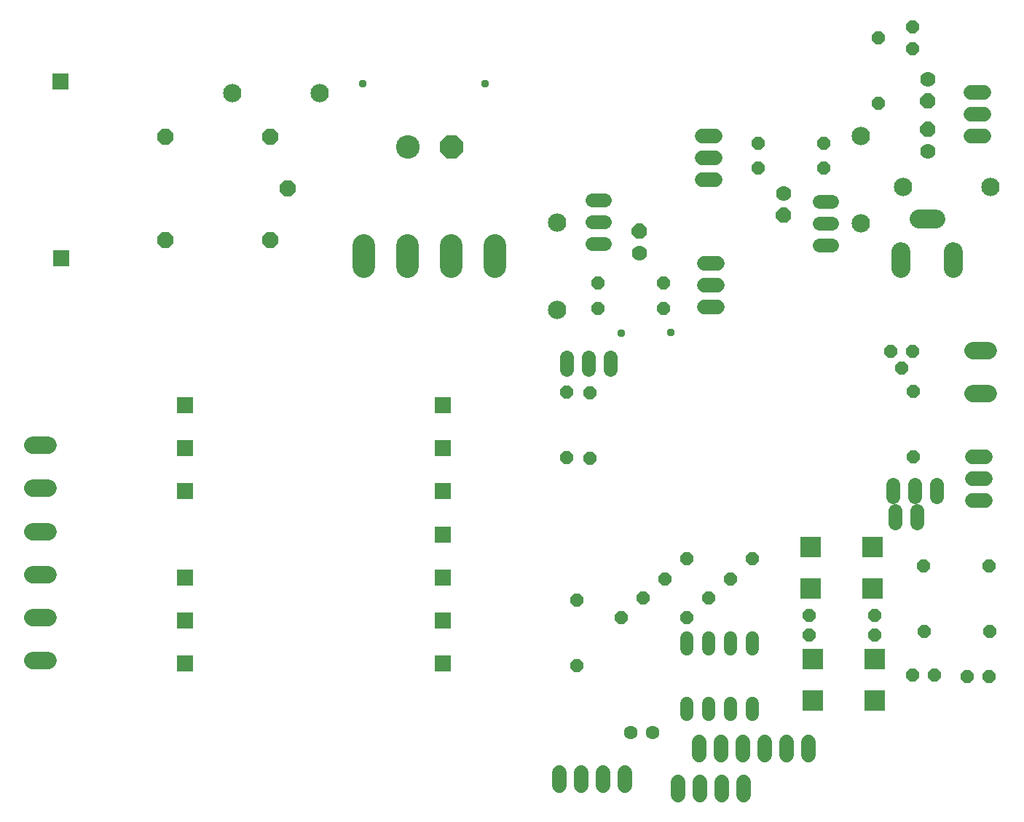
<source format=gbs>
G75*
%MOIN*%
%OFA0B0*%
%FSLAX25Y25*%
%IPPOS*%
%LPD*%
%AMOC8*
5,1,8,0,0,1.08239X$1,22.5*
%
%ADD10C,0.10250*%
%ADD11C,0.10800*%
%ADD12OC8,0.10800*%
%ADD13OC8,0.07000*%
%ADD14C,0.07000*%
%ADD15C,0.08400*%
%ADD16C,0.06800*%
%ADD17C,0.08674*%
%ADD18C,0.06400*%
%ADD19OC8,0.06000*%
%ADD20C,0.06000*%
%ADD21C,0.06312*%
%ADD22OC8,0.07296*%
%ADD23R,0.07400X0.07400*%
%ADD24R,0.09400X0.09400*%
%ADD25C,0.07850*%
%ADD26C,0.03778*%
D10*
X0175338Y0261460D02*
X0175338Y0270910D01*
X0195338Y0270910D02*
X0195338Y0261460D01*
X0215338Y0261460D02*
X0215338Y0270910D01*
X0235338Y0270910D02*
X0235338Y0261460D01*
D11*
X0195889Y0316067D03*
D12*
X0215889Y0316067D03*
D13*
X0301873Y0277287D03*
X0367700Y0284689D03*
X0433920Y0324059D03*
X0433920Y0337091D03*
D14*
X0433920Y0347091D03*
X0433920Y0314059D03*
X0367700Y0294689D03*
X0301873Y0267287D03*
D15*
X0264196Y0281224D03*
X0264196Y0241224D03*
X0155377Y0340634D03*
X0115377Y0340634D03*
X0403094Y0321185D03*
X0422346Y0297563D03*
X0403094Y0281185D03*
X0462346Y0297563D03*
D16*
X0459480Y0321028D02*
X0453480Y0321028D01*
X0453480Y0331028D02*
X0459480Y0331028D01*
X0459480Y0341028D02*
X0453480Y0341028D01*
X0337472Y0262799D02*
X0331472Y0262799D01*
X0331472Y0252799D02*
X0337472Y0252799D01*
X0337472Y0242799D02*
X0331472Y0242799D01*
X0330409Y0301106D02*
X0336409Y0301106D01*
X0336409Y0311106D02*
X0330409Y0311106D01*
X0330409Y0321106D02*
X0336409Y0321106D01*
X0454228Y0173980D02*
X0460228Y0173980D01*
X0460228Y0163980D02*
X0454228Y0163980D01*
X0454228Y0153980D02*
X0460228Y0153980D01*
X0379235Y0043437D02*
X0379235Y0037437D01*
X0369235Y0037437D02*
X0369235Y0043437D01*
X0359235Y0043437D02*
X0359235Y0037437D01*
X0349235Y0037437D02*
X0349235Y0043437D01*
X0339235Y0043437D02*
X0339235Y0037437D01*
X0329235Y0037437D02*
X0329235Y0043437D01*
X0329393Y0025091D02*
X0329393Y0019091D01*
X0339393Y0019091D02*
X0339393Y0025091D01*
X0349393Y0025091D02*
X0349393Y0019091D01*
X0319393Y0019091D02*
X0319393Y0025091D01*
X0295220Y0023303D02*
X0295220Y0029303D01*
X0285220Y0029303D02*
X0285220Y0023303D01*
X0275220Y0023303D02*
X0275220Y0029303D01*
X0265220Y0029303D02*
X0265220Y0023303D01*
D17*
X0421401Y0260280D02*
X0421401Y0268154D01*
X0429669Y0283114D02*
X0437543Y0283114D01*
X0445417Y0268154D02*
X0445417Y0260280D01*
D18*
X0389634Y0271028D02*
X0384034Y0271028D01*
X0384034Y0281028D02*
X0389634Y0281028D01*
X0389634Y0291028D02*
X0384034Y0291028D01*
X0288566Y0219654D02*
X0288566Y0214054D01*
X0278566Y0214054D02*
X0278566Y0219654D01*
X0268566Y0219654D02*
X0268566Y0214054D01*
X0280097Y0271815D02*
X0285697Y0271815D01*
X0285697Y0281815D02*
X0280097Y0281815D01*
X0280097Y0291815D02*
X0285697Y0291815D01*
X0417779Y0161387D02*
X0417779Y0155787D01*
X0418606Y0149418D02*
X0418606Y0143818D01*
X0428606Y0143818D02*
X0428606Y0149418D01*
X0427779Y0155787D02*
X0427779Y0161387D01*
X0437779Y0161387D02*
X0437779Y0155787D01*
D19*
X0426952Y0174138D03*
X0426952Y0204138D03*
X0421913Y0214787D03*
X0426913Y0222287D03*
X0416913Y0222287D03*
X0386125Y0306224D03*
X0386204Y0317681D03*
X0411086Y0336185D03*
X0426637Y0361106D03*
X0426637Y0371106D03*
X0411086Y0366185D03*
X0356204Y0317681D03*
X0356125Y0306224D03*
X0312661Y0253705D03*
X0312779Y0241972D03*
X0282779Y0241972D03*
X0282661Y0253705D03*
X0278960Y0203508D03*
X0268448Y0203587D03*
X0268448Y0173587D03*
X0278960Y0173508D03*
X0323369Y0127327D03*
X0313369Y0118114D03*
X0303369Y0109295D03*
X0293369Y0100476D03*
X0272936Y0108232D03*
X0272936Y0078232D03*
X0323369Y0100476D03*
X0333369Y0109295D03*
X0343369Y0118114D03*
X0353369Y0127327D03*
X0379275Y0101421D03*
X0379432Y0092327D03*
X0409432Y0092327D03*
X0409275Y0101421D03*
X0432228Y0094138D03*
X0436794Y0074098D03*
X0426794Y0074098D03*
X0451598Y0073390D03*
X0461598Y0073390D03*
X0462228Y0094138D03*
X0461834Y0124138D03*
X0431834Y0124138D03*
D20*
X0353369Y0091108D02*
X0353369Y0085908D01*
X0343369Y0085908D02*
X0343369Y0091108D01*
X0333369Y0091108D02*
X0333369Y0085908D01*
X0323369Y0085908D02*
X0323369Y0091108D01*
X0323369Y0061108D02*
X0323369Y0055908D01*
X0333369Y0055908D02*
X0333369Y0061108D01*
X0343369Y0061108D02*
X0343369Y0055908D01*
X0353369Y0055908D02*
X0353369Y0061108D01*
D21*
X0307779Y0047760D03*
X0297779Y0047760D03*
D22*
X0132857Y0273429D03*
X0140731Y0297051D03*
X0132857Y0320673D03*
X0084826Y0320673D03*
X0084826Y0273429D03*
D23*
X0037109Y0265004D03*
X0093645Y0197602D03*
X0093645Y0177917D03*
X0093645Y0158232D03*
X0093645Y0118862D03*
X0093645Y0099177D03*
X0093645Y0079492D03*
X0211755Y0079492D03*
X0211755Y0099177D03*
X0211755Y0118862D03*
X0211755Y0138547D03*
X0211755Y0158232D03*
X0211755Y0177917D03*
X0211755Y0197602D03*
X0036716Y0346106D03*
D24*
X0380023Y0132563D03*
X0380023Y0113665D03*
X0408369Y0113665D03*
X0408369Y0132563D03*
X0409275Y0081303D03*
X0409275Y0062406D03*
X0380928Y0062406D03*
X0380928Y0081303D03*
D25*
X0031225Y0080831D02*
X0024175Y0080831D01*
X0024175Y0100516D02*
X0031225Y0100516D01*
X0031225Y0120201D02*
X0024175Y0120201D01*
X0024175Y0139886D02*
X0031225Y0139886D01*
X0031225Y0159571D02*
X0024175Y0159571D01*
X0024175Y0179256D02*
X0031225Y0179256D01*
X0454529Y0203035D02*
X0461579Y0203035D01*
X0461579Y0222720D02*
X0454529Y0222720D01*
D26*
X0315968Y0231028D03*
X0293527Y0230634D03*
X0230928Y0345201D03*
X0175023Y0345201D03*
M02*

</source>
